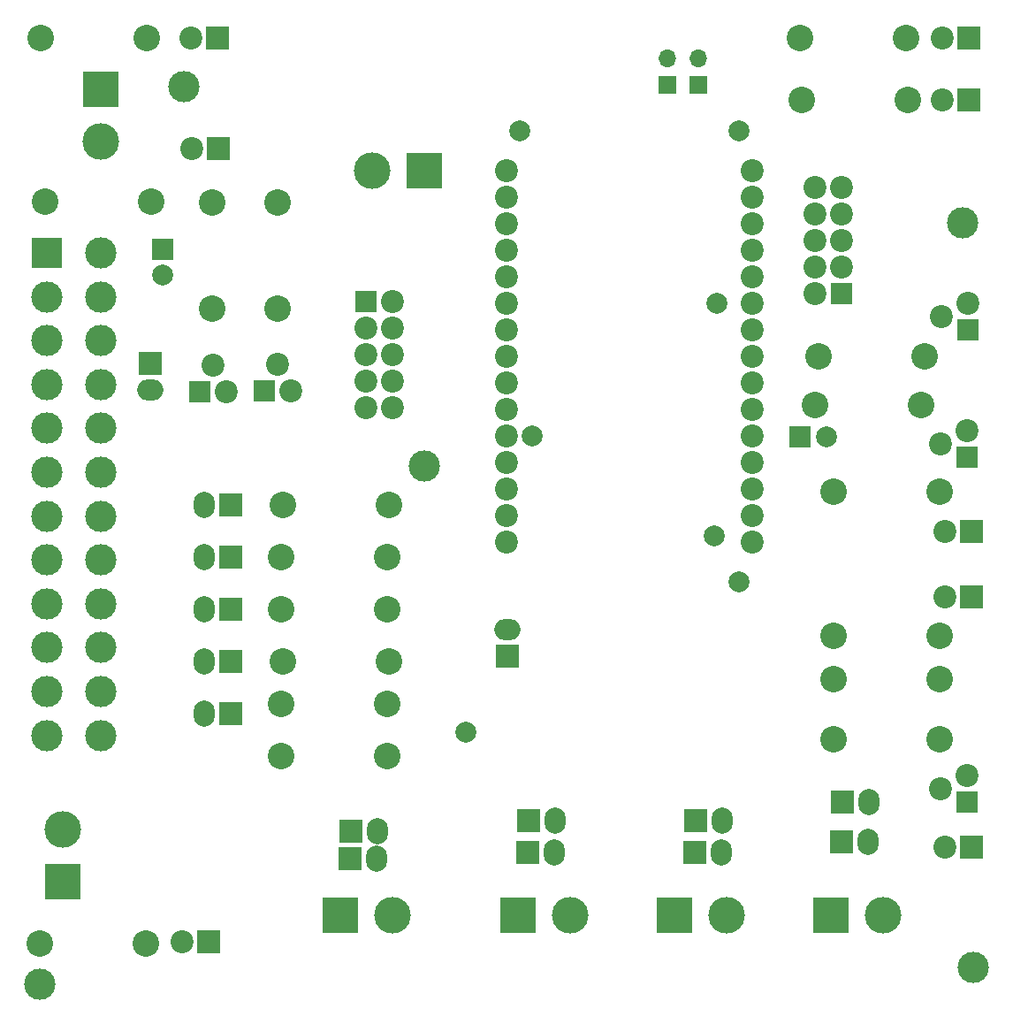
<source format=gbs>
G04 #@! TF.GenerationSoftware,KiCad,Pcbnew,(5.1.2)-2*
G04 #@! TF.CreationDate,2019-11-30T13:38:49+01:00*
G04 #@! TF.ProjectId,poisson2,706f6973-736f-46e3-922e-6b696361645f,rev?*
G04 #@! TF.SameCoordinates,Original*
G04 #@! TF.FileFunction,Soldermask,Bot*
G04 #@! TF.FilePolarity,Negative*
%FSLAX46Y46*%
G04 Gerber Fmt 4.6, Leading zero omitted, Abs format (unit mm)*
G04 Created by KiCad (PCBNEW (5.1.2)-2) date 2019-11-30 13:38:49*
%MOMM*%
%LPD*%
G04 APERTURE LIST*
%ADD10C,2.000000*%
%ADD11R,2.000000X2.000000*%
%ADD12O,1.700000X1.700000*%
%ADD13R,1.700000X1.700000*%
%ADD14C,2.540000*%
%ADD15R,2.200000X2.200000*%
%ADD16C,2.200000*%
%ADD17C,3.000000*%
%ADD18O,2.500000X2.000000*%
%ADD19C,3.500000*%
%ADD20R,3.500000X3.500000*%
%ADD21O,2.000000X2.500000*%
%ADD22R,2.100000X2.100000*%
%ADD23R,3.000000X3.000000*%
G04 APERTURE END LIST*
D10*
X95000000Y-127500000D03*
X66000000Y-83750000D03*
D11*
X66000000Y-81250000D03*
D12*
X114350000Y-62960000D03*
D13*
X114350000Y-65500000D03*
D12*
X117250000Y-62960000D03*
D13*
X117250000Y-65500000D03*
D10*
X129540000Y-99250000D03*
D11*
X127000000Y-99250000D03*
D14*
X54700000Y-76700000D03*
X64860000Y-76700000D03*
X54300000Y-61000000D03*
X64460000Y-61000000D03*
X54200000Y-147700000D03*
X64360000Y-147700000D03*
X127040000Y-61000000D03*
X137200000Y-61000000D03*
D15*
X71300000Y-71600000D03*
D16*
X68760000Y-71600000D03*
D15*
X71200000Y-61000000D03*
D16*
X68660000Y-61000000D03*
D15*
X70400000Y-147600000D03*
D16*
X67860000Y-147600000D03*
D17*
X91000000Y-102000000D03*
X68000000Y-65700000D03*
X142600000Y-78700000D03*
X143600000Y-150000000D03*
X54200000Y-151600000D03*
D10*
X119050000Y-86450000D03*
D15*
X64800000Y-92200000D03*
D18*
X64800000Y-94740000D03*
D14*
X128750000Y-91500000D03*
X138910000Y-91500000D03*
D19*
X86000000Y-73700000D03*
D20*
X91000000Y-73700000D03*
D19*
X60000000Y-70900000D03*
D20*
X60000000Y-65900000D03*
D19*
X56400000Y-136800000D03*
D20*
X56400000Y-141800000D03*
D10*
X118800000Y-108700000D03*
D15*
X116900000Y-139000000D03*
D21*
X119440000Y-139000000D03*
D15*
X100960000Y-139000000D03*
D21*
X103500000Y-139000000D03*
D15*
X83900000Y-139600000D03*
D21*
X86440000Y-139600000D03*
D15*
X131100000Y-134200000D03*
D21*
X133640000Y-134200000D03*
D15*
X99000000Y-120250000D03*
D18*
X99000000Y-117710000D03*
D15*
X72500000Y-105750000D03*
D21*
X69960000Y-105750000D03*
D15*
X72500000Y-110750000D03*
D21*
X69960000Y-110750000D03*
D15*
X72500000Y-115750000D03*
D21*
X69960000Y-115750000D03*
D15*
X72500000Y-120750000D03*
D21*
X69960000Y-120750000D03*
D15*
X72500000Y-125750000D03*
D21*
X69960000Y-125750000D03*
D15*
X131000000Y-138000000D03*
D21*
X133540000Y-138000000D03*
D15*
X84000000Y-137000000D03*
D21*
X86540000Y-137000000D03*
D15*
X101000000Y-136000000D03*
D21*
X103540000Y-136000000D03*
D15*
X117000000Y-136000000D03*
D21*
X119540000Y-136000000D03*
D10*
X100200000Y-69900000D03*
X101400000Y-99100000D03*
X121200000Y-113100000D03*
X121200000Y-69900000D03*
D15*
X143400000Y-114500000D03*
D16*
X140860000Y-114500000D03*
D15*
X143400000Y-138500000D03*
D16*
X140860000Y-138500000D03*
D15*
X143400000Y-108250000D03*
D16*
X140860000Y-108250000D03*
D15*
X143200000Y-61000000D03*
D16*
X140660000Y-61000000D03*
D15*
X143200000Y-67000000D03*
D16*
X140660000Y-67000000D03*
D14*
X70750000Y-76750000D03*
X70750000Y-86910000D03*
X130250000Y-118250000D03*
X140410000Y-118250000D03*
X87660000Y-105750000D03*
X77500000Y-105750000D03*
X77340000Y-110750000D03*
X87500000Y-110750000D03*
X77340000Y-115750000D03*
X87500000Y-115750000D03*
X77500000Y-120750000D03*
X87660000Y-120750000D03*
X77340000Y-124750000D03*
X87500000Y-124750000D03*
X77340000Y-129750000D03*
X87500000Y-129750000D03*
X77000000Y-76750000D03*
X77000000Y-86910000D03*
X130250000Y-128200000D03*
X140410000Y-128200000D03*
X130250000Y-122400000D03*
X140410000Y-122400000D03*
X138600000Y-96200000D03*
X128440000Y-96200000D03*
X130250000Y-104500000D03*
X140410000Y-104500000D03*
X127200000Y-67000000D03*
X137360000Y-67000000D03*
D16*
X70770000Y-92345000D03*
X72040000Y-94885000D03*
D22*
X69500000Y-94885000D03*
D16*
X77000000Y-92250000D03*
X78270000Y-94790000D03*
D22*
X75730000Y-94790000D03*
D16*
X140500000Y-132930000D03*
X143040000Y-131660000D03*
D22*
X143040000Y-134200000D03*
D16*
X140500000Y-99900000D03*
X143040000Y-98630000D03*
D22*
X143040000Y-101170000D03*
D16*
X140560000Y-87670000D03*
X143100000Y-86400000D03*
D22*
X143100000Y-88940000D03*
D16*
X88000000Y-96410000D03*
X85460000Y-96410000D03*
X88000000Y-93870000D03*
X85460000Y-93870000D03*
X88000000Y-91330000D03*
X85460000Y-91330000D03*
X88000000Y-88790000D03*
X85460000Y-88790000D03*
X88000000Y-86250000D03*
D11*
X85460000Y-86250000D03*
D16*
X128460000Y-75340000D03*
X131000000Y-75340000D03*
X128460000Y-77880000D03*
X131000000Y-77880000D03*
X128460000Y-80420000D03*
X131000000Y-80420000D03*
X128460000Y-82960000D03*
X131000000Y-82960000D03*
X128460000Y-85500000D03*
D11*
X131000000Y-85500000D03*
D23*
X54900000Y-81600000D03*
D17*
X54900000Y-85800000D03*
X54900000Y-90000000D03*
X54900000Y-94200000D03*
X54900000Y-98400000D03*
X54900000Y-102600000D03*
X54900000Y-106800000D03*
X54900000Y-111000000D03*
X54900000Y-115200000D03*
X54900000Y-119400000D03*
X54900000Y-123600000D03*
X54900000Y-127800000D03*
X60000000Y-81600000D03*
X60000000Y-85800000D03*
X60000000Y-90000000D03*
X60000000Y-94200000D03*
X60000000Y-98400000D03*
X60000000Y-102600000D03*
X60000000Y-106800000D03*
X60000000Y-111000000D03*
X60000000Y-115200000D03*
X60000000Y-119400000D03*
X60000000Y-123600000D03*
X60000000Y-127800000D03*
D20*
X130000000Y-145000000D03*
D19*
X135000000Y-145000000D03*
X88000000Y-145000000D03*
D20*
X83000000Y-145000000D03*
D19*
X105000000Y-145000000D03*
D20*
X100000000Y-145000000D03*
X115000000Y-145000000D03*
D19*
X120000000Y-145000000D03*
D16*
X122430000Y-73700000D03*
X122430000Y-76240000D03*
X122430000Y-78780000D03*
X122430000Y-81320000D03*
X122430000Y-83860000D03*
X122430000Y-86400000D03*
X122430000Y-88940000D03*
X122430000Y-91480000D03*
X122430000Y-94020000D03*
X122430000Y-96560000D03*
X122430000Y-99100000D03*
X122430000Y-101640000D03*
X122430000Y-104180000D03*
X122430000Y-106720000D03*
X122430000Y-109260000D03*
X98935000Y-109260000D03*
X98935000Y-106720000D03*
X98935000Y-104180000D03*
X98935000Y-101640000D03*
X98935000Y-99100000D03*
X98935000Y-96560000D03*
X98935000Y-94020000D03*
X98935000Y-91480000D03*
X98935000Y-88940000D03*
X98935000Y-86400000D03*
X98935000Y-83860000D03*
X98935000Y-81320000D03*
X98935000Y-78780000D03*
X98935000Y-76240000D03*
X98935000Y-73700000D03*
M02*

</source>
